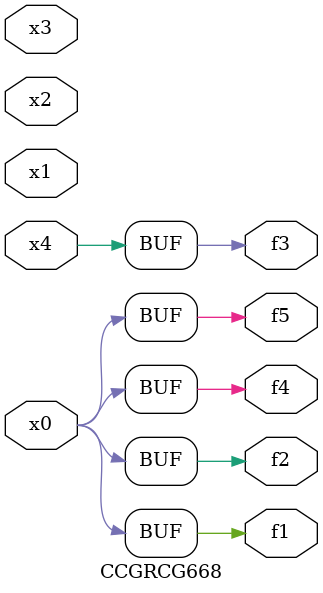
<source format=v>
module CCGRCG668(
	input x0, x1, x2, x3, x4,
	output f1, f2, f3, f4, f5
);
	assign f1 = x0;
	assign f2 = x0;
	assign f3 = x4;
	assign f4 = x0;
	assign f5 = x0;
endmodule

</source>
